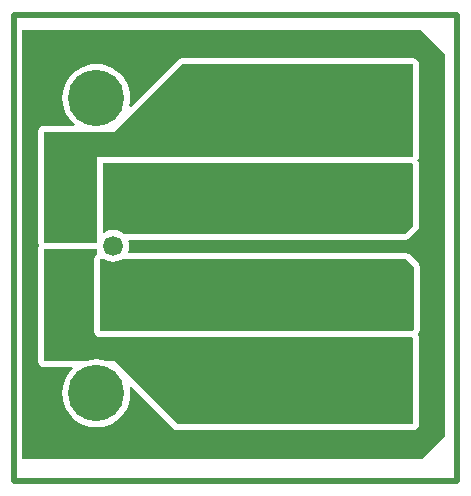
<source format=gbl>
G04 Layer_Physical_Order=2*
G04 Layer_Color=16711680*
%FSLAX44Y44*%
%MOMM*%
G71*
G01*
G75*
%ADD10C,0.5000*%
%ADD11C,4.7600*%
%ADD12R,1.6900X1.6900*%
%ADD13C,1.6900*%
%ADD14C,1.4000*%
G36*
X618490Y1196340D02*
Y873760D01*
Y872490D01*
X599440Y853440D01*
X260350D01*
Y1216660D01*
X598170D01*
X618490Y1196340D01*
D02*
G37*
%LPC*%
G36*
X591820Y1192548D02*
X396240D01*
X394289Y1192160D01*
X392635Y1191055D01*
X352696Y1151116D01*
X351545Y1151761D01*
X352133Y1154211D01*
X352489Y1158730D01*
X352133Y1163249D01*
X351075Y1167657D01*
X349340Y1171845D01*
X346972Y1175711D01*
X344028Y1179158D01*
X340580Y1182102D01*
X336715Y1184470D01*
X332527Y1186205D01*
X328119Y1187263D01*
X323600Y1187619D01*
X319081Y1187263D01*
X314673Y1186205D01*
X310485Y1184470D01*
X306619Y1182102D01*
X303172Y1179158D01*
X300228Y1175711D01*
X297860Y1171845D01*
X296125Y1167657D01*
X295067Y1163249D01*
X294711Y1158730D01*
X295067Y1154211D01*
X296125Y1149803D01*
X297860Y1145615D01*
X300228Y1141749D01*
X303172Y1138302D01*
X305178Y1136590D01*
X304738Y1135398D01*
X279400D01*
X277449Y1135010D01*
X275795Y1133905D01*
X274690Y1132251D01*
X274302Y1130300D01*
Y1036338D01*
X274690Y1034387D01*
X275090Y1033789D01*
X274690Y1033191D01*
X274302Y1031240D01*
Y935990D01*
X274690Y934039D01*
X275795Y932385D01*
X277449Y931280D01*
X279400Y930892D01*
X303251D01*
X303691Y929700D01*
X303172Y929258D01*
X300228Y925811D01*
X297860Y921945D01*
X296125Y917757D01*
X295067Y913349D01*
X294711Y908830D01*
X295067Y904311D01*
X296125Y899903D01*
X297860Y895715D01*
X300228Y891849D01*
X303172Y888402D01*
X306619Y885458D01*
X310485Y883090D01*
X314673Y881355D01*
X319081Y880297D01*
X323600Y879941D01*
X328119Y880297D01*
X332527Y881355D01*
X336715Y883090D01*
X340580Y885458D01*
X344028Y888402D01*
X346972Y891849D01*
X349340Y895715D01*
X351075Y899903D01*
X352133Y904311D01*
X352489Y908830D01*
X352133Y913349D01*
X351925Y914217D01*
X353033Y914837D01*
X388825Y879045D01*
X390479Y877940D01*
X392430Y877552D01*
X591820D01*
X593771Y877940D01*
X595425Y879045D01*
X596530Y880699D01*
X596918Y882650D01*
Y955140D01*
X596836Y955552D01*
X596850Y955971D01*
X596644Y956518D01*
X596530Y957091D01*
X596297Y957440D01*
X596149Y957833D01*
X595614Y958692D01*
X595978Y959055D01*
X597083Y960709D01*
X597471Y962660D01*
Y1016000D01*
X597083Y1017951D01*
X595978Y1019605D01*
X589628Y1025955D01*
X587974Y1027060D01*
X586023Y1027448D01*
X350878D01*
X350173Y1028504D01*
X350904Y1030269D01*
X351366Y1033780D01*
X350904Y1037291D01*
X350699Y1037786D01*
X351404Y1038842D01*
X585470D01*
X587421Y1039230D01*
X589075Y1040335D01*
X595425Y1046685D01*
X596530Y1048339D01*
X596918Y1050290D01*
Y1102570D01*
X596869Y1102818D01*
X596893Y1103070D01*
X596676Y1103786D01*
X596530Y1104521D01*
X596389Y1104731D01*
X596316Y1104973D01*
X595841Y1105552D01*
X595425Y1106174D01*
X596038Y1107292D01*
X596530Y1108029D01*
X596918Y1109980D01*
Y1187450D01*
X596530Y1189401D01*
X595425Y1191055D01*
X593771Y1192160D01*
X591820Y1192548D01*
D02*
G37*
%LPD*%
G36*
X323850Y1026297D02*
X323338Y1025955D01*
X322233Y1024301D01*
X321845Y1022350D01*
Y961390D01*
X322233Y959439D01*
X323338Y957785D01*
X324992Y956680D01*
X326943Y956292D01*
X591103D01*
X591820Y955140D01*
Y882650D01*
X392430D01*
X339090Y935990D01*
X333288D01*
X332527Y936305D01*
X328119Y937363D01*
X323600Y937719D01*
X319081Y937363D01*
X314673Y936305D01*
X313912Y935990D01*
X279400D01*
Y1031240D01*
X323850D01*
Y1026297D01*
D02*
G37*
G36*
X592373Y1016000D02*
Y962660D01*
X591103Y961390D01*
X326943D01*
Y1022350D01*
X330602D01*
X331017Y1022031D01*
X334289Y1020676D01*
X337800Y1020214D01*
X341311Y1020676D01*
X344583Y1022031D01*
X344998Y1022350D01*
X586023D01*
X592373Y1016000D01*
D02*
G37*
G36*
X591820Y1109980D02*
X590550Y1108710D01*
X323850D01*
Y1041400D01*
Y1036338D01*
X279400D01*
Y1130300D01*
X318650D01*
X319081Y1130197D01*
X323600Y1129841D01*
X328119Y1130197D01*
X328550Y1130300D01*
X339090D01*
X396240Y1187450D01*
X591820D01*
Y1109980D01*
D02*
G37*
G36*
Y1102570D02*
Y1050290D01*
X585470Y1043940D01*
X346653D01*
X344583Y1045529D01*
X341311Y1046884D01*
X337800Y1047346D01*
X334289Y1046884D01*
X331017Y1045529D01*
X330087Y1044815D01*
X328948Y1045377D01*
Y1103612D01*
X590550D01*
X591820Y1102570D01*
D02*
G37*
D10*
X254000Y834390D02*
Y1229360D01*
X628650D01*
Y834390D02*
Y1229360D01*
X254000Y834390D02*
X628650D01*
D11*
X323600Y908830D02*
D03*
Y1158730D02*
D03*
D12*
X337800Y1089180D02*
D03*
D13*
X309400Y1075330D02*
D03*
X337800Y1061480D02*
D03*
X309400Y1047630D02*
D03*
X337800Y1033780D02*
D03*
X309400Y1019930D02*
D03*
X337800Y1006080D02*
D03*
X309400Y992230D02*
D03*
X337800Y978380D02*
D03*
D14*
X488950Y1069340D02*
D03*
Y1145540D02*
D03*
X487680Y920750D02*
D03*
Y996950D02*
D03*
M02*

</source>
